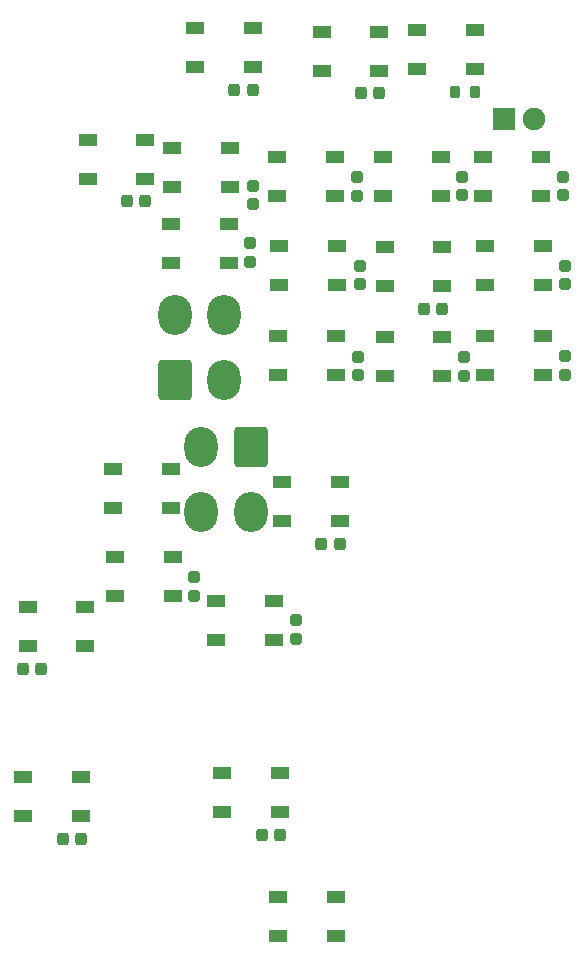
<source format=gbr>
%TF.GenerationSoftware,KiCad,Pcbnew,(6.0.9)*%
%TF.CreationDate,2022-12-27T01:45:07-09:00*%
%TF.ProjectId,PCB_ LANDING GEAR PANEL,5043422c-204c-4414-9e44-494e47204745,rev?*%
%TF.SameCoordinates,Original*%
%TF.FileFunction,Soldermask,Top*%
%TF.FilePolarity,Negative*%
%FSLAX46Y46*%
G04 Gerber Fmt 4.6, Leading zero omitted, Abs format (unit mm)*
G04 Created by KiCad (PCBNEW (6.0.9)) date 2022-12-27 01:45:07*
%MOMM*%
%LPD*%
G01*
G04 APERTURE LIST*
G04 Aperture macros list*
%AMRoundRect*
0 Rectangle with rounded corners*
0 $1 Rounding radius*
0 $2 $3 $4 $5 $6 $7 $8 $9 X,Y pos of 4 corners*
0 Add a 4 corners polygon primitive as box body*
4,1,4,$2,$3,$4,$5,$6,$7,$8,$9,$2,$3,0*
0 Add four circle primitives for the rounded corners*
1,1,$1+$1,$2,$3*
1,1,$1+$1,$4,$5*
1,1,$1+$1,$6,$7*
1,1,$1+$1,$8,$9*
0 Add four rect primitives between the rounded corners*
20,1,$1+$1,$2,$3,$4,$5,0*
20,1,$1+$1,$4,$5,$6,$7,0*
20,1,$1+$1,$6,$7,$8,$9,0*
20,1,$1+$1,$8,$9,$2,$3,0*%
G04 Aperture macros list end*
%ADD10RoundRect,0.250000X-0.200000X-0.275000X0.200000X-0.275000X0.200000X0.275000X-0.200000X0.275000X0*%
%ADD11RoundRect,0.300001X-1.099999X-1.399999X1.099999X-1.399999X1.099999X1.399999X-1.099999X1.399999X0*%
%ADD12O,2.800000X3.400000*%
%ADD13RoundRect,0.300001X1.099999X1.399999X-1.099999X1.399999X-1.099999X-1.399999X1.099999X-1.399999X0*%
%ADD14RoundRect,0.050000X-0.900000X-0.900000X0.900000X-0.900000X0.900000X0.900000X-0.900000X0.900000X0*%
%ADD15C,1.900000*%
%ADD16RoundRect,0.050000X-0.750000X-0.450000X0.750000X-0.450000X0.750000X0.450000X-0.750000X0.450000X0*%
%ADD17RoundRect,0.275000X-0.250000X0.225000X-0.250000X-0.225000X0.250000X-0.225000X0.250000X0.225000X0*%
%ADD18RoundRect,0.275000X-0.225000X-0.250000X0.225000X-0.250000X0.225000X0.250000X-0.225000X0.250000X0*%
%ADD19RoundRect,0.275000X0.250000X-0.225000X0.250000X0.225000X-0.250000X0.225000X-0.250000X-0.225000X0*%
G04 APERTURE END LIST*
D10*
%TO.C,R1*%
X105000000Y-46600000D03*
X106650000Y-46600000D03*
%TD*%
D11*
%TO.C,J2*%
X81250000Y-71000000D03*
D12*
X85450000Y-71000000D03*
X81250000Y-65500000D03*
X85450000Y-65500000D03*
%TD*%
D13*
%TO.C,J1*%
X87700000Y-76650000D03*
D12*
X83500000Y-76650000D03*
X87700000Y-82150000D03*
X83500000Y-82150000D03*
%TD*%
D14*
%TO.C,D24*%
X109144000Y-48920400D03*
D15*
X111684000Y-48920400D03*
%TD*%
D16*
%TO.C,D23*%
X89994400Y-114784000D03*
X89994400Y-118084000D03*
X94894400Y-118084000D03*
X94894400Y-114784000D03*
%TD*%
%TO.C,D22*%
X85230800Y-104268000D03*
X85230800Y-107568000D03*
X90130800Y-107568000D03*
X90130800Y-104268000D03*
%TD*%
%TO.C,D21*%
X68427600Y-104649000D03*
X68427600Y-107949000D03*
X73327600Y-107949000D03*
X73327600Y-104649000D03*
%TD*%
%TO.C,D20*%
X84773600Y-89688400D03*
X84773600Y-92988400D03*
X89673600Y-92988400D03*
X89673600Y-89688400D03*
%TD*%
%TO.C,D19*%
X68783200Y-90221600D03*
X68783200Y-93521600D03*
X73683200Y-93521600D03*
X73683200Y-90221600D03*
%TD*%
%TO.C,D18*%
X76200000Y-86005200D03*
X76200000Y-89305200D03*
X81100000Y-89305200D03*
X81100000Y-86005200D03*
%TD*%
%TO.C,D17*%
X90300000Y-79650000D03*
X90300000Y-82950000D03*
X95200000Y-82950000D03*
X95200000Y-79650000D03*
%TD*%
%TO.C,D16*%
X76050000Y-78550000D03*
X76050000Y-81850000D03*
X80950000Y-81850000D03*
X80950000Y-78550000D03*
%TD*%
%TO.C,D15*%
X107493000Y-67310800D03*
X107493000Y-70610800D03*
X112393000Y-70610800D03*
X112393000Y-67310800D03*
%TD*%
%TO.C,D14*%
X99009000Y-67361600D03*
X99009000Y-70661600D03*
X103909000Y-70661600D03*
X103909000Y-67361600D03*
%TD*%
%TO.C,D13*%
X89966800Y-67310800D03*
X89966800Y-70610800D03*
X94866800Y-70610800D03*
X94866800Y-67310800D03*
%TD*%
%TO.C,D12*%
X107532000Y-59665600D03*
X107532000Y-62965600D03*
X112432000Y-62965600D03*
X112432000Y-59665600D03*
%TD*%
%TO.C,D11*%
X99009000Y-59741600D03*
X99009000Y-63041600D03*
X103909000Y-63041600D03*
X103909000Y-59741600D03*
%TD*%
%TO.C,D10*%
X90056800Y-59665600D03*
X90056800Y-62965600D03*
X94956800Y-62965600D03*
X94956800Y-59665600D03*
%TD*%
%TO.C,D9*%
X80924400Y-57760400D03*
X80924400Y-61060400D03*
X85824400Y-61060400D03*
X85824400Y-57760400D03*
%TD*%
%TO.C,D8*%
X107380000Y-52096400D03*
X107380000Y-55396400D03*
X112280000Y-55396400D03*
X112280000Y-52096400D03*
%TD*%
%TO.C,D7*%
X98908000Y-52121600D03*
X98908000Y-55421600D03*
X103808000Y-55421600D03*
X103808000Y-52121600D03*
%TD*%
%TO.C,D6*%
X89916000Y-52121600D03*
X89916000Y-55421600D03*
X94816000Y-55421600D03*
X94816000Y-52121600D03*
%TD*%
%TO.C,D5*%
X81026000Y-51359600D03*
X81026000Y-54659600D03*
X85926000Y-54659600D03*
X85926000Y-51359600D03*
%TD*%
%TO.C,D4*%
X73863200Y-50648400D03*
X73863200Y-53948400D03*
X78763200Y-53948400D03*
X78763200Y-50648400D03*
%TD*%
%TO.C,D3*%
X101752000Y-41402800D03*
X101752000Y-44702800D03*
X106652000Y-44702800D03*
X106652000Y-41402800D03*
%TD*%
%TO.C,D2*%
X93675200Y-41504400D03*
X93675200Y-44804400D03*
X98575200Y-44804400D03*
X98575200Y-41504400D03*
%TD*%
%TO.C,D1*%
X82995600Y-41225200D03*
X82995600Y-44525200D03*
X87895600Y-44525200D03*
X87895600Y-41225200D03*
%TD*%
D17*
%TO.C,C21*%
X87650000Y-59437500D03*
X87650000Y-60987500D03*
%TD*%
%TO.C,C20*%
X114300000Y-68987500D03*
X114300000Y-70537500D03*
%TD*%
%TO.C,C19*%
X105700000Y-69087500D03*
X105700000Y-70637500D03*
%TD*%
%TO.C,C18*%
X96750000Y-69012500D03*
X96750000Y-70562500D03*
%TD*%
%TO.C,C17*%
X91500000Y-91350000D03*
X91500000Y-92900000D03*
%TD*%
D18*
%TO.C,C16*%
X93650000Y-84850000D03*
X95200000Y-84850000D03*
%TD*%
%TO.C,C15*%
X88600000Y-109500000D03*
X90150000Y-109500000D03*
%TD*%
%TO.C,C14*%
X71750000Y-109850000D03*
X73300000Y-109850000D03*
%TD*%
%TO.C,C13*%
X68400000Y-95450000D03*
X69950000Y-95450000D03*
%TD*%
D17*
%TO.C,C12*%
X96650000Y-53850000D03*
X96650000Y-55400000D03*
%TD*%
%TO.C,C11*%
X82900000Y-87700000D03*
X82900000Y-89250000D03*
%TD*%
D19*
%TO.C,C10*%
X87850000Y-56125000D03*
X87850000Y-54575000D03*
%TD*%
D18*
%TO.C,C9*%
X77200000Y-55850000D03*
X78750000Y-55850000D03*
%TD*%
D17*
%TO.C,C8*%
X105600000Y-53825000D03*
X105600000Y-55375000D03*
%TD*%
%TO.C,C7*%
X96900000Y-61337500D03*
X96900000Y-62887500D03*
%TD*%
D18*
%TO.C,C6*%
X102325000Y-65000000D03*
X103875000Y-65000000D03*
%TD*%
D17*
%TO.C,C5*%
X114100000Y-53800000D03*
X114100000Y-55350000D03*
%TD*%
%TO.C,C4*%
X114250000Y-61350000D03*
X114250000Y-62900000D03*
%TD*%
D18*
%TO.C,C3*%
X97025000Y-46700000D03*
X98575000Y-46700000D03*
%TD*%
%TO.C,C2*%
X86300000Y-46450000D03*
X87850000Y-46450000D03*
%TD*%
M02*

</source>
